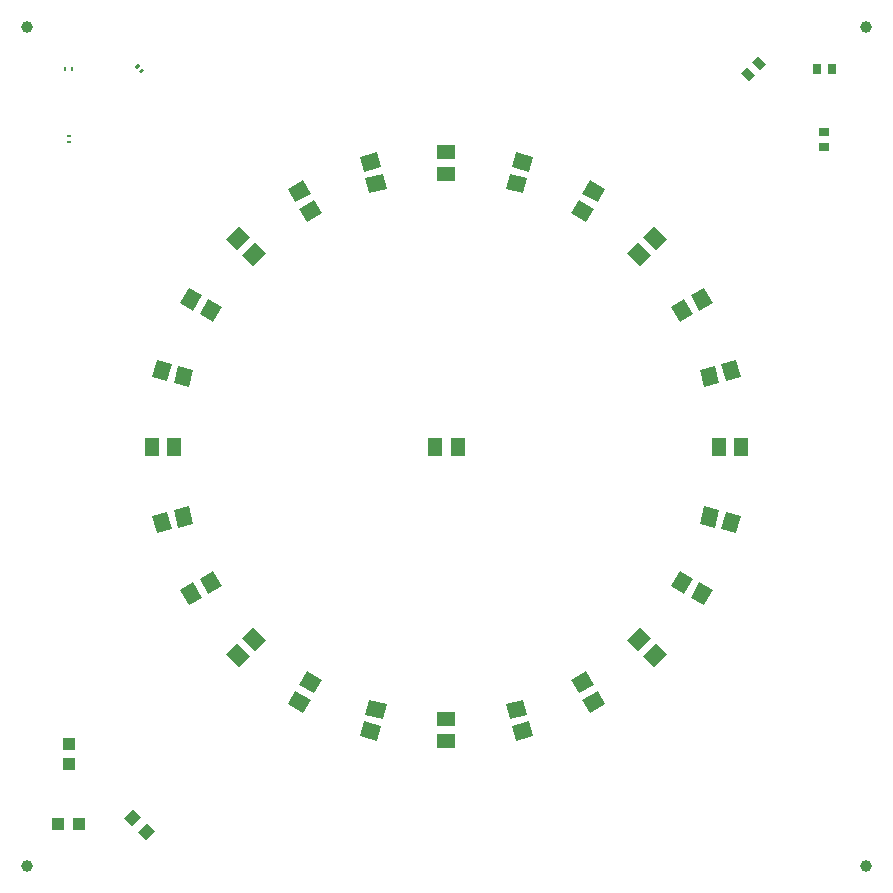
<source format=gtl>
G75*
%MOIN*%
%OFA0B0*%
%FSLAX25Y25*%
%IPPOS*%
%LPD*%
%AMOC8*
5,1,8,0,0,1.08239X$1,22.5*
%
%ADD10R,0.05118X0.05906*%
%ADD11R,0.05906X0.05118*%
%ADD12R,0.01102X0.01693*%
%ADD13R,0.01693X0.01102*%
%ADD14R,0.02756X0.03543*%
%ADD15R,0.03543X0.02756*%
%ADD16R,0.04331X0.03937*%
%ADD17R,0.03937X0.04331*%
%ADD18C,0.03937*%
D10*
G36*
X0097656Y0064799D02*
X0100215Y0069230D01*
X0105328Y0066277D01*
X0102769Y0061846D01*
X0097656Y0064799D01*
G37*
G36*
X0101396Y0071277D02*
X0103955Y0075708D01*
X0109068Y0072755D01*
X0106509Y0068324D01*
X0101396Y0071277D01*
G37*
G36*
X0077251Y0081426D02*
X0080870Y0085045D01*
X0085045Y0080870D01*
X0081426Y0077251D01*
X0077251Y0081426D01*
G37*
G36*
X0082541Y0086716D02*
X0086160Y0090335D01*
X0090335Y0086160D01*
X0086716Y0082541D01*
X0082541Y0086716D01*
G37*
G36*
X0061846Y0102769D02*
X0066277Y0105328D01*
X0069230Y0100215D01*
X0064799Y0097656D01*
X0061846Y0102769D01*
G37*
G36*
X0068324Y0106509D02*
X0072755Y0109068D01*
X0075708Y0103955D01*
X0071277Y0101396D01*
X0068324Y0106509D01*
G37*
G36*
X0052489Y0127373D02*
X0057432Y0128697D01*
X0058961Y0122993D01*
X0054018Y0121669D01*
X0052489Y0127373D01*
G37*
G36*
X0059714Y0129309D02*
X0064657Y0130633D01*
X0066186Y0124929D01*
X0061243Y0123605D01*
X0059714Y0129309D01*
G37*
X0059858Y0150606D03*
X0052378Y0150606D03*
G36*
X0061243Y0177608D02*
X0066186Y0176284D01*
X0064657Y0170580D01*
X0059714Y0171904D01*
X0061243Y0177608D01*
G37*
G36*
X0054018Y0179544D02*
X0058961Y0178220D01*
X0057432Y0172516D01*
X0052489Y0173840D01*
X0054018Y0179544D01*
G37*
G36*
X0071277Y0199816D02*
X0075708Y0197257D01*
X0072755Y0192144D01*
X0068324Y0194703D01*
X0071277Y0199816D01*
G37*
G36*
X0064799Y0203556D02*
X0069230Y0200997D01*
X0066277Y0195884D01*
X0061846Y0198443D01*
X0064799Y0203556D01*
G37*
G36*
X0086716Y0218672D02*
X0090335Y0215053D01*
X0086160Y0210878D01*
X0082541Y0214497D01*
X0086716Y0218672D01*
G37*
G36*
X0081426Y0223961D02*
X0085045Y0220342D01*
X0080870Y0216167D01*
X0077251Y0219786D01*
X0081426Y0223961D01*
G37*
G36*
X0102769Y0239367D02*
X0105328Y0234936D01*
X0100215Y0231983D01*
X0097656Y0236414D01*
X0102769Y0239367D01*
G37*
G36*
X0106509Y0232888D02*
X0109068Y0228457D01*
X0103955Y0225504D01*
X0101396Y0229935D01*
X0106509Y0232888D01*
G37*
G36*
X0129309Y0241498D02*
X0130633Y0236555D01*
X0124929Y0235026D01*
X0123605Y0239969D01*
X0129309Y0241498D01*
G37*
G36*
X0127373Y0248724D02*
X0128697Y0243781D01*
X0122993Y0242252D01*
X0121669Y0247195D01*
X0127373Y0248724D01*
G37*
G36*
X0177608Y0239969D02*
X0176284Y0235026D01*
X0170580Y0236555D01*
X0171904Y0241498D01*
X0177608Y0239969D01*
G37*
G36*
X0179544Y0247195D02*
X0178220Y0242252D01*
X0172516Y0243781D01*
X0173840Y0248724D01*
X0179544Y0247195D01*
G37*
G36*
X0203556Y0236414D02*
X0200997Y0231983D01*
X0195884Y0234936D01*
X0198443Y0239367D01*
X0203556Y0236414D01*
G37*
G36*
X0199816Y0229935D02*
X0197257Y0225504D01*
X0192144Y0228457D01*
X0194703Y0232888D01*
X0199816Y0229935D01*
G37*
G36*
X0223961Y0219786D02*
X0220342Y0216167D01*
X0216167Y0220342D01*
X0219786Y0223961D01*
X0223961Y0219786D01*
G37*
G36*
X0218672Y0214497D02*
X0215053Y0210878D01*
X0210878Y0215053D01*
X0214497Y0218672D01*
X0218672Y0214497D01*
G37*
G36*
X0239367Y0198443D02*
X0234936Y0195884D01*
X0231983Y0200997D01*
X0236414Y0203556D01*
X0239367Y0198443D01*
G37*
G36*
X0232888Y0194703D02*
X0228457Y0192144D01*
X0225504Y0197257D01*
X0229935Y0199816D01*
X0232888Y0194703D01*
G37*
G36*
X0248724Y0173840D02*
X0243781Y0172516D01*
X0242252Y0178220D01*
X0247195Y0179544D01*
X0248724Y0173840D01*
G37*
G36*
X0241498Y0171904D02*
X0236555Y0170580D01*
X0235026Y0176284D01*
X0239969Y0177608D01*
X0241498Y0171904D01*
G37*
X0241354Y0150606D03*
X0248835Y0150606D03*
G36*
X0239969Y0123605D02*
X0235026Y0124929D01*
X0236555Y0130633D01*
X0241498Y0129309D01*
X0239969Y0123605D01*
G37*
G36*
X0247195Y0121669D02*
X0242252Y0122993D01*
X0243781Y0128697D01*
X0248724Y0127373D01*
X0247195Y0121669D01*
G37*
G36*
X0229935Y0101396D02*
X0225504Y0103955D01*
X0228457Y0109068D01*
X0232888Y0106509D01*
X0229935Y0101396D01*
G37*
G36*
X0236414Y0097656D02*
X0231983Y0100215D01*
X0234936Y0105328D01*
X0239367Y0102769D01*
X0236414Y0097656D01*
G37*
G36*
X0214497Y0082541D02*
X0210878Y0086160D01*
X0215053Y0090335D01*
X0218672Y0086716D01*
X0214497Y0082541D01*
G37*
G36*
X0219786Y0077251D02*
X0216167Y0080870D01*
X0220342Y0085045D01*
X0223961Y0081426D01*
X0219786Y0077251D01*
G37*
G36*
X0198443Y0061846D02*
X0195884Y0066277D01*
X0200997Y0069230D01*
X0203556Y0064799D01*
X0198443Y0061846D01*
G37*
G36*
X0194703Y0068324D02*
X0192144Y0072755D01*
X0197257Y0075708D01*
X0199816Y0071277D01*
X0194703Y0068324D01*
G37*
G36*
X0173840Y0052489D02*
X0172516Y0057432D01*
X0178220Y0058961D01*
X0179544Y0054018D01*
X0173840Y0052489D01*
G37*
G36*
X0171904Y0059714D02*
X0170580Y0064657D01*
X0176284Y0066186D01*
X0177608Y0061243D01*
X0171904Y0059714D01*
G37*
G36*
X0123605Y0061243D02*
X0124929Y0066186D01*
X0130633Y0064657D01*
X0129309Y0059714D01*
X0123605Y0061243D01*
G37*
G36*
X0121669Y0054018D02*
X0122993Y0058961D01*
X0128697Y0057432D01*
X0127373Y0052489D01*
X0121669Y0054018D01*
G37*
X0146866Y0150606D03*
X0154346Y0150606D03*
D11*
X0150606Y0241354D03*
X0150606Y0248835D03*
X0150606Y0059858D03*
X0150606Y0052378D03*
D12*
G36*
X0048746Y0274894D02*
X0047967Y0275673D01*
X0049162Y0276868D01*
X0049941Y0276089D01*
X0048746Y0274894D01*
G37*
G36*
X0047326Y0276313D02*
X0046547Y0277092D01*
X0047742Y0278287D01*
X0048521Y0277508D01*
X0047326Y0276313D01*
G37*
X0025626Y0276591D03*
X0023618Y0276591D03*
D13*
X0024622Y0253972D03*
X0024622Y0251965D03*
D14*
G36*
X0253385Y0274504D02*
X0251436Y0272555D01*
X0248933Y0275058D01*
X0250882Y0277007D01*
X0253385Y0274504D01*
G37*
G36*
X0257004Y0278123D02*
X0255055Y0276174D01*
X0252552Y0278677D01*
X0254501Y0280626D01*
X0257004Y0278123D01*
G37*
X0274031Y0276591D03*
X0279150Y0276591D03*
D15*
X0276591Y0255528D03*
X0276591Y0250409D03*
D16*
X0024622Y0051591D03*
X0024622Y0044898D03*
D17*
X0021276Y0024622D03*
X0027969Y0024622D03*
G36*
X0045739Y0024066D02*
X0042956Y0026849D01*
X0046017Y0029910D01*
X0048800Y0027127D01*
X0045739Y0024066D01*
G37*
G36*
X0050471Y0019334D02*
X0047688Y0022117D01*
X0050749Y0025178D01*
X0053532Y0022395D01*
X0050471Y0019334D01*
G37*
D18*
X0010843Y0010843D03*
X0290370Y0010843D03*
X0290370Y0290370D03*
X0010843Y0290370D03*
M02*

</source>
